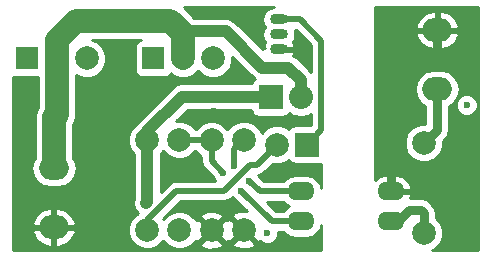
<source format=gbr>
G04 #@! TF.FileFunction,Copper,L1,Top,Signal*
%FSLAX46Y46*%
G04 Gerber Fmt 4.6, Leading zero omitted, Abs format (unit mm)*
G04 Created by KiCad (PCBNEW 4.0.4-stable) date 03/11/17 00:41:46*
%MOMM*%
%LPD*%
G01*
G04 APERTURE LIST*
%ADD10C,0.100000*%
%ADD11C,0.600000*%
%ADD12O,2.300000X1.600000*%
%ADD13O,1.501140X0.899160*%
%ADD14O,2.500000X2.000000*%
%ADD15C,2.000000*%
%ADD16R,1.900000X1.900000*%
%ADD17R,2.000000X2.000000*%
%ADD18R,2.032000X2.032000*%
%ADD19O,2.032000X2.032000*%
%ADD20C,1.998980*%
%ADD21C,1.000000*%
%ADD22C,2.000000*%
%ADD23C,0.800000*%
%ADD24C,0.500000*%
%ADD25C,0.250000*%
G04 APERTURE END LIST*
D10*
D11*
X216890000Y-133465000D03*
X220125000Y-136600000D03*
X218665000Y-130265000D03*
X185775000Y-133825000D03*
X201550000Y-136150000D03*
X206875000Y-138475000D03*
X206451200Y-135712200D03*
X210075000Y-141650000D03*
X190475000Y-137550000D03*
X194437000Y-135407400D03*
X193125000Y-133200000D03*
X201800000Y-130450000D03*
X203600000Y-127075000D03*
X185450000Y-128100000D03*
X195700000Y-128450000D03*
X191450000Y-129000000D03*
X205550000Y-123925000D03*
X191000000Y-134800000D03*
X200400000Y-127850000D03*
D12*
X216750000Y-139800000D03*
X216750000Y-137260000D03*
X209130000Y-137260000D03*
X209130000Y-139800000D03*
D11*
X186250000Y-137750000D03*
X222800000Y-140275000D03*
X217600000Y-125925000D03*
X222800000Y-136075000D03*
X223189800Y-129946400D03*
X223175000Y-122825000D03*
X222875000Y-127175000D03*
X222290000Y-132340000D03*
X207391000Y-141757400D03*
X191650000Y-140925000D03*
X186400000Y-129950000D03*
X185600000Y-141450000D03*
X193550000Y-138400000D03*
X197500000Y-135200000D03*
X193750000Y-125350000D03*
X206324200Y-140792200D03*
X193875000Y-130650000D03*
D13*
X207300000Y-123970000D03*
X207300000Y-125240000D03*
X207300000Y-122700000D03*
D11*
X216650000Y-122675000D03*
D14*
X188250000Y-135300000D03*
X188250000Y-140300000D03*
X220700000Y-123600000D03*
X220700000Y-128600000D03*
D15*
X188500000Y-126000000D03*
X191040000Y-126000000D03*
D16*
X185960000Y-126000000D03*
D15*
X199200000Y-126000000D03*
X201740000Y-126000000D03*
D16*
X196660000Y-126000000D03*
D17*
X209700000Y-133300000D03*
D15*
X207160000Y-133300000D03*
D18*
X206600000Y-129300000D03*
D19*
X209140000Y-129300000D03*
D20*
X196164200Y-140538200D03*
X196164200Y-132918200D03*
X219557600Y-140792200D03*
X219557600Y-133172200D03*
X198882000Y-140538200D03*
X198882000Y-132918200D03*
X201599800Y-140563600D03*
X201599800Y-132943600D03*
X204317600Y-140538200D03*
X204317600Y-132918200D03*
D11*
X196088000Y-138226800D03*
X203500000Y-135100000D03*
X204800000Y-136400000D03*
X204100000Y-137200000D03*
X202600000Y-135700000D03*
D21*
X209140000Y-129300000D02*
X209140000Y-127840000D01*
X209140000Y-127840000D02*
X208100000Y-126800000D01*
X208100000Y-126800000D02*
X205900000Y-126800000D01*
X205900000Y-126800000D02*
X202800000Y-123700000D01*
X202800000Y-123700000D02*
X199000000Y-123700000D01*
X206525000Y-129225000D02*
X199100000Y-129225000D01*
X199100000Y-129225000D02*
X196164200Y-132160800D01*
X206525000Y-129225000D02*
X206600000Y-129300000D01*
X196164200Y-132918200D02*
X196164200Y-132160800D01*
X196164200Y-138150600D02*
X196164200Y-132918200D01*
X196088000Y-138226800D02*
X196164200Y-138150600D01*
D22*
X188250000Y-135300000D02*
X188250000Y-131000000D01*
X188500000Y-130750000D02*
X188500000Y-126000000D01*
X188250000Y-131000000D02*
X188500000Y-130750000D01*
X188500000Y-126000000D02*
X188500000Y-124400000D01*
X188500000Y-124400000D02*
X190100000Y-122800000D01*
X190100000Y-122800000D02*
X198100000Y-122800000D01*
X198100000Y-122800000D02*
X199000000Y-123700000D01*
X199000000Y-123700000D02*
X199200000Y-123900000D01*
X199200000Y-123900000D02*
X199200000Y-126000000D01*
D23*
X220700000Y-128600000D02*
X220700000Y-132030000D01*
X220700000Y-132030000D02*
X219550000Y-133180000D01*
X216750000Y-137260000D02*
X216750000Y-133775000D01*
X220700000Y-125400000D02*
X220700000Y-123600000D01*
X217350000Y-128750000D02*
X220700000Y-125400000D01*
X217350000Y-133175000D02*
X217350000Y-128750000D01*
X216750000Y-133775000D02*
X217350000Y-133175000D01*
D24*
X205308200Y-135001000D02*
X205459000Y-135001000D01*
X204876400Y-135001000D02*
X205308200Y-135001000D01*
X196164200Y-139674600D02*
X198628000Y-137210800D01*
X198628000Y-137210800D02*
X202666600Y-137210800D01*
X202666600Y-137210800D02*
X204876400Y-135001000D01*
X205459000Y-135001000D02*
X207160000Y-133300000D01*
X196164200Y-140538200D02*
X196164200Y-139674600D01*
X210900000Y-131600000D02*
X210900000Y-132100000D01*
X210900000Y-124500000D02*
X210900000Y-131600000D01*
X207300000Y-122700000D02*
X209100000Y-122700000D01*
X209100000Y-122700000D02*
X210900000Y-124500000D01*
X210900000Y-132100000D02*
X209700000Y-133300000D01*
X207275000Y-137260000D02*
X209130000Y-137260000D01*
X207280000Y-137260000D02*
X207275000Y-137260000D01*
X207275000Y-137260000D02*
X205660000Y-137260000D01*
X203500000Y-133680000D02*
X204300000Y-132880000D01*
X205660000Y-137260000D02*
X204800000Y-136400000D01*
X203500000Y-135100000D02*
X203500000Y-133680000D01*
D23*
X219550000Y-140800000D02*
X219550000Y-139100000D01*
X219325000Y-138875000D02*
X218300000Y-138875000D01*
X219550000Y-139100000D02*
X219325000Y-138875000D01*
X218300000Y-138875000D02*
X217375000Y-139800000D01*
X217375000Y-139800000D02*
X216750000Y-139800000D01*
D24*
X201599800Y-132943600D02*
X198907400Y-132943600D01*
X198907400Y-132943600D02*
X198882000Y-132918200D01*
X201600000Y-132943800D02*
X201600000Y-134700000D01*
X206700000Y-139800000D02*
X207280000Y-139800000D01*
X206700000Y-139800000D02*
X204100000Y-137200000D01*
X202600000Y-135700000D02*
X201600000Y-134700000D01*
X201600000Y-132943800D02*
X201599800Y-132943600D01*
X207280000Y-139800000D02*
X206800000Y-139800000D01*
X207280000Y-139800000D02*
X209130000Y-139800000D01*
D25*
G36*
X224150000Y-142250000D02*
X220283416Y-142250000D01*
X220476598Y-142170179D01*
X220933973Y-141713601D01*
X221181808Y-141116749D01*
X221182372Y-140470487D01*
X220935579Y-139873202D01*
X220575000Y-139511994D01*
X220575000Y-139100000D01*
X220496977Y-138707749D01*
X220274784Y-138375216D01*
X220049784Y-138150216D01*
X219717251Y-137928023D01*
X219717246Y-137928022D01*
X219325000Y-137850000D01*
X218376544Y-137850000D01*
X218464364Y-137689839D01*
X218482476Y-137605521D01*
X218362577Y-137385000D01*
X216875000Y-137385000D01*
X216875000Y-137405000D01*
X216625000Y-137405000D01*
X216625000Y-137385000D01*
X216605000Y-137385000D01*
X216605000Y-137135000D01*
X216625000Y-137135000D01*
X216625000Y-135835000D01*
X216875000Y-135835000D01*
X216875000Y-137135000D01*
X218362577Y-137135000D01*
X218482476Y-136914479D01*
X218464364Y-136830161D01*
X218196016Y-136340761D01*
X217760809Y-135991307D01*
X217225000Y-135835000D01*
X216875000Y-135835000D01*
X216625000Y-135835000D01*
X216275000Y-135835000D01*
X215739191Y-135991307D01*
X215400000Y-136263664D01*
X215400000Y-133493913D01*
X217932828Y-133493913D01*
X218179621Y-134091198D01*
X218636199Y-134548573D01*
X219233051Y-134796408D01*
X219879313Y-134796972D01*
X220476598Y-134550179D01*
X220933973Y-134093601D01*
X221181808Y-133496749D01*
X221182244Y-132997325D01*
X221424785Y-132754784D01*
X221624950Y-132455216D01*
X221646977Y-132422251D01*
X221725000Y-132030000D01*
X221725000Y-130129587D01*
X222264640Y-130129587D01*
X222405166Y-130469686D01*
X222665145Y-130730120D01*
X223004999Y-130871239D01*
X223372987Y-130871560D01*
X223713086Y-130731034D01*
X223973520Y-130471055D01*
X224114639Y-130131201D01*
X224114960Y-129763213D01*
X223974434Y-129423114D01*
X223714455Y-129162680D01*
X223374601Y-129021561D01*
X223006613Y-129021240D01*
X222666514Y-129161766D01*
X222406080Y-129421745D01*
X222264961Y-129761599D01*
X222264640Y-130129587D01*
X221725000Y-130129587D01*
X221725000Y-130023524D01*
X222135782Y-129749049D01*
X222488037Y-129221861D01*
X222611733Y-128600000D01*
X222488037Y-127978139D01*
X222135782Y-127450951D01*
X221608594Y-127098696D01*
X220986733Y-126975000D01*
X220413267Y-126975000D01*
X219791406Y-127098696D01*
X219264218Y-127450951D01*
X218911963Y-127978139D01*
X218788267Y-128600000D01*
X218911963Y-129221861D01*
X219264218Y-129749049D01*
X219675000Y-130023524D01*
X219675000Y-131547811D01*
X219235887Y-131547428D01*
X218638602Y-131794221D01*
X218181227Y-132250799D01*
X217933392Y-132847651D01*
X217932828Y-133493913D01*
X215400000Y-133493913D01*
X215400000Y-123976914D01*
X218869316Y-123976914D01*
X218900860Y-124106375D01*
X219212563Y-124660660D01*
X219712654Y-125053469D01*
X220325000Y-125225000D01*
X220575000Y-125225000D01*
X220575000Y-123725000D01*
X220825000Y-123725000D01*
X220825000Y-125225000D01*
X221075000Y-125225000D01*
X221687346Y-125053469D01*
X222187437Y-124660660D01*
X222499140Y-124106375D01*
X222530684Y-123976914D01*
X222413421Y-123725000D01*
X220825000Y-123725000D01*
X220575000Y-123725000D01*
X218986579Y-123725000D01*
X218869316Y-123976914D01*
X215400000Y-123976914D01*
X215400000Y-123223086D01*
X218869316Y-123223086D01*
X218986579Y-123475000D01*
X220575000Y-123475000D01*
X220575000Y-121975000D01*
X220825000Y-121975000D01*
X220825000Y-123475000D01*
X222413421Y-123475000D01*
X222530684Y-123223086D01*
X222499140Y-123093625D01*
X222187437Y-122539340D01*
X221687346Y-122146531D01*
X221075000Y-121975000D01*
X220825000Y-121975000D01*
X220575000Y-121975000D01*
X220325000Y-121975000D01*
X219712654Y-122146531D01*
X219212563Y-122539340D01*
X218900860Y-123093625D01*
X218869316Y-123223086D01*
X215400000Y-123223086D01*
X215400000Y-121650000D01*
X224150000Y-121650000D01*
X224150000Y-142250000D01*
X224150000Y-142250000D01*
G37*
X224150000Y-142250000D02*
X220283416Y-142250000D01*
X220476598Y-142170179D01*
X220933973Y-141713601D01*
X221181808Y-141116749D01*
X221182372Y-140470487D01*
X220935579Y-139873202D01*
X220575000Y-139511994D01*
X220575000Y-139100000D01*
X220496977Y-138707749D01*
X220274784Y-138375216D01*
X220049784Y-138150216D01*
X219717251Y-137928023D01*
X219717246Y-137928022D01*
X219325000Y-137850000D01*
X218376544Y-137850000D01*
X218464364Y-137689839D01*
X218482476Y-137605521D01*
X218362577Y-137385000D01*
X216875000Y-137385000D01*
X216875000Y-137405000D01*
X216625000Y-137405000D01*
X216625000Y-137385000D01*
X216605000Y-137385000D01*
X216605000Y-137135000D01*
X216625000Y-137135000D01*
X216625000Y-135835000D01*
X216875000Y-135835000D01*
X216875000Y-137135000D01*
X218362577Y-137135000D01*
X218482476Y-136914479D01*
X218464364Y-136830161D01*
X218196016Y-136340761D01*
X217760809Y-135991307D01*
X217225000Y-135835000D01*
X216875000Y-135835000D01*
X216625000Y-135835000D01*
X216275000Y-135835000D01*
X215739191Y-135991307D01*
X215400000Y-136263664D01*
X215400000Y-133493913D01*
X217932828Y-133493913D01*
X218179621Y-134091198D01*
X218636199Y-134548573D01*
X219233051Y-134796408D01*
X219879313Y-134796972D01*
X220476598Y-134550179D01*
X220933973Y-134093601D01*
X221181808Y-133496749D01*
X221182244Y-132997325D01*
X221424785Y-132754784D01*
X221624950Y-132455216D01*
X221646977Y-132422251D01*
X221725000Y-132030000D01*
X221725000Y-130129587D01*
X222264640Y-130129587D01*
X222405166Y-130469686D01*
X222665145Y-130730120D01*
X223004999Y-130871239D01*
X223372987Y-130871560D01*
X223713086Y-130731034D01*
X223973520Y-130471055D01*
X224114639Y-130131201D01*
X224114960Y-129763213D01*
X223974434Y-129423114D01*
X223714455Y-129162680D01*
X223374601Y-129021561D01*
X223006613Y-129021240D01*
X222666514Y-129161766D01*
X222406080Y-129421745D01*
X222264961Y-129761599D01*
X222264640Y-130129587D01*
X221725000Y-130129587D01*
X221725000Y-130023524D01*
X222135782Y-129749049D01*
X222488037Y-129221861D01*
X222611733Y-128600000D01*
X222488037Y-127978139D01*
X222135782Y-127450951D01*
X221608594Y-127098696D01*
X220986733Y-126975000D01*
X220413267Y-126975000D01*
X219791406Y-127098696D01*
X219264218Y-127450951D01*
X218911963Y-127978139D01*
X218788267Y-128600000D01*
X218911963Y-129221861D01*
X219264218Y-129749049D01*
X219675000Y-130023524D01*
X219675000Y-131547811D01*
X219235887Y-131547428D01*
X218638602Y-131794221D01*
X218181227Y-132250799D01*
X217933392Y-132847651D01*
X217932828Y-133493913D01*
X215400000Y-133493913D01*
X215400000Y-123976914D01*
X218869316Y-123976914D01*
X218900860Y-124106375D01*
X219212563Y-124660660D01*
X219712654Y-125053469D01*
X220325000Y-125225000D01*
X220575000Y-125225000D01*
X220575000Y-123725000D01*
X220825000Y-123725000D01*
X220825000Y-125225000D01*
X221075000Y-125225000D01*
X221687346Y-125053469D01*
X222187437Y-124660660D01*
X222499140Y-124106375D01*
X222530684Y-123976914D01*
X222413421Y-123725000D01*
X220825000Y-123725000D01*
X220575000Y-123725000D01*
X218986579Y-123725000D01*
X218869316Y-123976914D01*
X215400000Y-123976914D01*
X215400000Y-123223086D01*
X218869316Y-123223086D01*
X218986579Y-123475000D01*
X220575000Y-123475000D01*
X220575000Y-121975000D01*
X220825000Y-121975000D01*
X220825000Y-123475000D01*
X222413421Y-123475000D01*
X222530684Y-123223086D01*
X222499140Y-123093625D01*
X222187437Y-122539340D01*
X221687346Y-122146531D01*
X221075000Y-121975000D01*
X220825000Y-121975000D01*
X220575000Y-121975000D01*
X220325000Y-121975000D01*
X219712654Y-122146531D01*
X219212563Y-122539340D01*
X218900860Y-123093625D01*
X218869316Y-123223086D01*
X215400000Y-123223086D01*
X215400000Y-121650000D01*
X224150000Y-121650000D01*
X224150000Y-142250000D01*
G36*
X195478389Y-124456337D02*
X195265668Y-124593219D01*
X195122962Y-124802076D01*
X195072756Y-125050000D01*
X195072756Y-126950000D01*
X195116337Y-127181611D01*
X195253219Y-127394332D01*
X195462076Y-127537038D01*
X195710000Y-127587244D01*
X197610000Y-127587244D01*
X197841611Y-127543663D01*
X198054332Y-127406781D01*
X198157502Y-127255787D01*
X198278309Y-127376805D01*
X198875349Y-127624718D01*
X199521814Y-127625282D01*
X200119286Y-127378412D01*
X200470211Y-127028099D01*
X200818309Y-127376805D01*
X201415349Y-127624718D01*
X202061814Y-127625282D01*
X202659286Y-127378412D01*
X203116805Y-126921691D01*
X203364718Y-126324651D01*
X203365127Y-125856117D01*
X205104505Y-127595495D01*
X205298420Y-127725065D01*
X205139668Y-127827219D01*
X204996962Y-128036076D01*
X204984017Y-128100000D01*
X199100000Y-128100000D01*
X198669481Y-128185636D01*
X198304505Y-128429505D01*
X195368705Y-131365305D01*
X195254358Y-131536438D01*
X195245202Y-131540221D01*
X194787827Y-131996799D01*
X194539992Y-132593651D01*
X194539428Y-133239913D01*
X194786221Y-133837198D01*
X195039200Y-134090619D01*
X195039200Y-137843720D01*
X194963000Y-138226800D01*
X195048636Y-138657318D01*
X195292505Y-139022295D01*
X195401978Y-139095442D01*
X195245202Y-139160221D01*
X194787827Y-139616799D01*
X194539992Y-140213651D01*
X194539428Y-140859913D01*
X194786221Y-141457198D01*
X195242799Y-141914573D01*
X195839651Y-142162408D01*
X196485913Y-142162972D01*
X197083198Y-141916179D01*
X197523467Y-141476678D01*
X197960599Y-141914573D01*
X198557451Y-142162408D01*
X199203713Y-142162972D01*
X199800998Y-141916179D01*
X200008532Y-141709006D01*
X200631170Y-141709006D01*
X200730146Y-141973239D01*
X201335790Y-142198739D01*
X201981628Y-142175304D01*
X202469454Y-141973239D01*
X202568430Y-141709006D01*
X202543030Y-141683606D01*
X203348970Y-141683606D01*
X203447946Y-141947839D01*
X204053590Y-142173339D01*
X204699428Y-142149904D01*
X205187254Y-141947839D01*
X205286230Y-141683606D01*
X204317600Y-140714977D01*
X203348970Y-141683606D01*
X202543030Y-141683606D01*
X201599800Y-140740377D01*
X200631170Y-141709006D01*
X200008532Y-141709006D01*
X200258373Y-141459601D01*
X200258659Y-141458912D01*
X200454394Y-141532230D01*
X201423023Y-140563600D01*
X201776577Y-140563600D01*
X202745206Y-141532230D01*
X202992605Y-141439560D01*
X203172194Y-141506830D01*
X204140823Y-140538200D01*
X203172194Y-139569570D01*
X202924795Y-139662240D01*
X202745206Y-139594970D01*
X201776577Y-140563600D01*
X201423023Y-140563600D01*
X200454394Y-139594970D01*
X200277366Y-139661281D01*
X200259979Y-139619202D01*
X200059322Y-139418194D01*
X200631170Y-139418194D01*
X201599800Y-140386823D01*
X202568430Y-139418194D01*
X202469454Y-139153961D01*
X201863810Y-138928461D01*
X201217972Y-138951896D01*
X200730146Y-139153961D01*
X200631170Y-139418194D01*
X200059322Y-139418194D01*
X199803401Y-139161827D01*
X199206549Y-138913992D01*
X198560287Y-138913428D01*
X197963002Y-139160221D01*
X197522733Y-139599722D01*
X197499644Y-139576593D01*
X198990437Y-138085800D01*
X202666600Y-138085800D01*
X203001448Y-138019195D01*
X203285318Y-137829518D01*
X203353425Y-137761411D01*
X203575345Y-137983720D01*
X203696657Y-138034093D01*
X204566184Y-138903621D01*
X203935772Y-138926496D01*
X203447946Y-139128561D01*
X203348970Y-139392794D01*
X204317600Y-140361423D01*
X204331742Y-140347281D01*
X204508519Y-140524058D01*
X204494377Y-140538200D01*
X205463006Y-141506830D01*
X205657755Y-141433881D01*
X205799545Y-141575920D01*
X206139399Y-141717039D01*
X206507387Y-141717360D01*
X206847486Y-141576834D01*
X207107920Y-141316855D01*
X207249039Y-140977001D01*
X207249302Y-140675000D01*
X207648980Y-140675000D01*
X207737599Y-140807627D01*
X208199902Y-141116528D01*
X208745226Y-141225000D01*
X209514774Y-141225000D01*
X210060098Y-141116528D01*
X210522401Y-140807627D01*
X210831302Y-140345324D01*
X210875000Y-140125640D01*
X210875000Y-142250000D01*
X184800000Y-142250000D01*
X184800000Y-140676914D01*
X186419316Y-140676914D01*
X186450860Y-140806375D01*
X186762563Y-141360660D01*
X187262654Y-141753469D01*
X187875000Y-141925000D01*
X188125000Y-141925000D01*
X188125000Y-140425000D01*
X188375000Y-140425000D01*
X188375000Y-141925000D01*
X188625000Y-141925000D01*
X189237346Y-141753469D01*
X189737437Y-141360660D01*
X190049140Y-140806375D01*
X190080684Y-140676914D01*
X189963421Y-140425000D01*
X188375000Y-140425000D01*
X188125000Y-140425000D01*
X186536579Y-140425000D01*
X186419316Y-140676914D01*
X184800000Y-140676914D01*
X184800000Y-139923086D01*
X186419316Y-139923086D01*
X186536579Y-140175000D01*
X188125000Y-140175000D01*
X188125000Y-138675000D01*
X188375000Y-138675000D01*
X188375000Y-140175000D01*
X189963421Y-140175000D01*
X190080684Y-139923086D01*
X190049140Y-139793625D01*
X189737437Y-139239340D01*
X189237346Y-138846531D01*
X188625000Y-138675000D01*
X188375000Y-138675000D01*
X188125000Y-138675000D01*
X187875000Y-138675000D01*
X187262654Y-138846531D01*
X186762563Y-139239340D01*
X186450860Y-139793625D01*
X186419316Y-139923086D01*
X184800000Y-139923086D01*
X184800000Y-127544718D01*
X185010000Y-127587244D01*
X186875000Y-127587244D01*
X186875000Y-130189111D01*
X186748696Y-130378139D01*
X186748696Y-130378140D01*
X186624999Y-131000000D01*
X186625000Y-131000005D01*
X186625000Y-134434136D01*
X186461963Y-134678139D01*
X186338267Y-135300000D01*
X186461963Y-135921861D01*
X186814218Y-136449049D01*
X187341406Y-136801304D01*
X187963267Y-136925000D01*
X188536733Y-136925000D01*
X189158594Y-136801304D01*
X189685782Y-136449049D01*
X190038037Y-135921861D01*
X190161733Y-135300000D01*
X190038037Y-134678139D01*
X189875000Y-134434136D01*
X189875000Y-131560889D01*
X190001304Y-131371861D01*
X190125000Y-130750000D01*
X190125000Y-127379583D01*
X190715349Y-127624718D01*
X191361814Y-127625282D01*
X191959286Y-127378412D01*
X192416805Y-126921691D01*
X192664718Y-126324651D01*
X192665282Y-125678186D01*
X192418412Y-125080714D01*
X191961691Y-124623195D01*
X191484385Y-124425000D01*
X195644929Y-124425000D01*
X195478389Y-124456337D01*
X195478389Y-124456337D01*
G37*
X195478389Y-124456337D02*
X195265668Y-124593219D01*
X195122962Y-124802076D01*
X195072756Y-125050000D01*
X195072756Y-126950000D01*
X195116337Y-127181611D01*
X195253219Y-127394332D01*
X195462076Y-127537038D01*
X195710000Y-127587244D01*
X197610000Y-127587244D01*
X197841611Y-127543663D01*
X198054332Y-127406781D01*
X198157502Y-127255787D01*
X198278309Y-127376805D01*
X198875349Y-127624718D01*
X199521814Y-127625282D01*
X200119286Y-127378412D01*
X200470211Y-127028099D01*
X200818309Y-127376805D01*
X201415349Y-127624718D01*
X202061814Y-127625282D01*
X202659286Y-127378412D01*
X203116805Y-126921691D01*
X203364718Y-126324651D01*
X203365127Y-125856117D01*
X205104505Y-127595495D01*
X205298420Y-127725065D01*
X205139668Y-127827219D01*
X204996962Y-128036076D01*
X204984017Y-128100000D01*
X199100000Y-128100000D01*
X198669481Y-128185636D01*
X198304505Y-128429505D01*
X195368705Y-131365305D01*
X195254358Y-131536438D01*
X195245202Y-131540221D01*
X194787827Y-131996799D01*
X194539992Y-132593651D01*
X194539428Y-133239913D01*
X194786221Y-133837198D01*
X195039200Y-134090619D01*
X195039200Y-137843720D01*
X194963000Y-138226800D01*
X195048636Y-138657318D01*
X195292505Y-139022295D01*
X195401978Y-139095442D01*
X195245202Y-139160221D01*
X194787827Y-139616799D01*
X194539992Y-140213651D01*
X194539428Y-140859913D01*
X194786221Y-141457198D01*
X195242799Y-141914573D01*
X195839651Y-142162408D01*
X196485913Y-142162972D01*
X197083198Y-141916179D01*
X197523467Y-141476678D01*
X197960599Y-141914573D01*
X198557451Y-142162408D01*
X199203713Y-142162972D01*
X199800998Y-141916179D01*
X200008532Y-141709006D01*
X200631170Y-141709006D01*
X200730146Y-141973239D01*
X201335790Y-142198739D01*
X201981628Y-142175304D01*
X202469454Y-141973239D01*
X202568430Y-141709006D01*
X202543030Y-141683606D01*
X203348970Y-141683606D01*
X203447946Y-141947839D01*
X204053590Y-142173339D01*
X204699428Y-142149904D01*
X205187254Y-141947839D01*
X205286230Y-141683606D01*
X204317600Y-140714977D01*
X203348970Y-141683606D01*
X202543030Y-141683606D01*
X201599800Y-140740377D01*
X200631170Y-141709006D01*
X200008532Y-141709006D01*
X200258373Y-141459601D01*
X200258659Y-141458912D01*
X200454394Y-141532230D01*
X201423023Y-140563600D01*
X201776577Y-140563600D01*
X202745206Y-141532230D01*
X202992605Y-141439560D01*
X203172194Y-141506830D01*
X204140823Y-140538200D01*
X203172194Y-139569570D01*
X202924795Y-139662240D01*
X202745206Y-139594970D01*
X201776577Y-140563600D01*
X201423023Y-140563600D01*
X200454394Y-139594970D01*
X200277366Y-139661281D01*
X200259979Y-139619202D01*
X200059322Y-139418194D01*
X200631170Y-139418194D01*
X201599800Y-140386823D01*
X202568430Y-139418194D01*
X202469454Y-139153961D01*
X201863810Y-138928461D01*
X201217972Y-138951896D01*
X200730146Y-139153961D01*
X200631170Y-139418194D01*
X200059322Y-139418194D01*
X199803401Y-139161827D01*
X199206549Y-138913992D01*
X198560287Y-138913428D01*
X197963002Y-139160221D01*
X197522733Y-139599722D01*
X197499644Y-139576593D01*
X198990437Y-138085800D01*
X202666600Y-138085800D01*
X203001448Y-138019195D01*
X203285318Y-137829518D01*
X203353425Y-137761411D01*
X203575345Y-137983720D01*
X203696657Y-138034093D01*
X204566184Y-138903621D01*
X203935772Y-138926496D01*
X203447946Y-139128561D01*
X203348970Y-139392794D01*
X204317600Y-140361423D01*
X204331742Y-140347281D01*
X204508519Y-140524058D01*
X204494377Y-140538200D01*
X205463006Y-141506830D01*
X205657755Y-141433881D01*
X205799545Y-141575920D01*
X206139399Y-141717039D01*
X206507387Y-141717360D01*
X206847486Y-141576834D01*
X207107920Y-141316855D01*
X207249039Y-140977001D01*
X207249302Y-140675000D01*
X207648980Y-140675000D01*
X207737599Y-140807627D01*
X208199902Y-141116528D01*
X208745226Y-141225000D01*
X209514774Y-141225000D01*
X210060098Y-141116528D01*
X210522401Y-140807627D01*
X210831302Y-140345324D01*
X210875000Y-140125640D01*
X210875000Y-142250000D01*
X184800000Y-142250000D01*
X184800000Y-140676914D01*
X186419316Y-140676914D01*
X186450860Y-140806375D01*
X186762563Y-141360660D01*
X187262654Y-141753469D01*
X187875000Y-141925000D01*
X188125000Y-141925000D01*
X188125000Y-140425000D01*
X188375000Y-140425000D01*
X188375000Y-141925000D01*
X188625000Y-141925000D01*
X189237346Y-141753469D01*
X189737437Y-141360660D01*
X190049140Y-140806375D01*
X190080684Y-140676914D01*
X189963421Y-140425000D01*
X188375000Y-140425000D01*
X188125000Y-140425000D01*
X186536579Y-140425000D01*
X186419316Y-140676914D01*
X184800000Y-140676914D01*
X184800000Y-139923086D01*
X186419316Y-139923086D01*
X186536579Y-140175000D01*
X188125000Y-140175000D01*
X188125000Y-138675000D01*
X188375000Y-138675000D01*
X188375000Y-140175000D01*
X189963421Y-140175000D01*
X190080684Y-139923086D01*
X190049140Y-139793625D01*
X189737437Y-139239340D01*
X189237346Y-138846531D01*
X188625000Y-138675000D01*
X188375000Y-138675000D01*
X188125000Y-138675000D01*
X187875000Y-138675000D01*
X187262654Y-138846531D01*
X186762563Y-139239340D01*
X186450860Y-139793625D01*
X186419316Y-139923086D01*
X184800000Y-139923086D01*
X184800000Y-127544718D01*
X185010000Y-127587244D01*
X186875000Y-127587244D01*
X186875000Y-130189111D01*
X186748696Y-130378139D01*
X186748696Y-130378140D01*
X186624999Y-131000000D01*
X186625000Y-131000005D01*
X186625000Y-134434136D01*
X186461963Y-134678139D01*
X186338267Y-135300000D01*
X186461963Y-135921861D01*
X186814218Y-136449049D01*
X187341406Y-136801304D01*
X187963267Y-136925000D01*
X188536733Y-136925000D01*
X189158594Y-136801304D01*
X189685782Y-136449049D01*
X190038037Y-135921861D01*
X190161733Y-135300000D01*
X190038037Y-134678139D01*
X189875000Y-134434136D01*
X189875000Y-131560889D01*
X190001304Y-131371861D01*
X190125000Y-130750000D01*
X190125000Y-127379583D01*
X190715349Y-127624718D01*
X191361814Y-127625282D01*
X191959286Y-127378412D01*
X192416805Y-126921691D01*
X192664718Y-126324651D01*
X192665282Y-125678186D01*
X192418412Y-125080714D01*
X191961691Y-124623195D01*
X191484385Y-124425000D01*
X195644929Y-124425000D01*
X195478389Y-124456337D01*
G36*
X207737599Y-138267627D02*
X208130268Y-138530000D01*
X207737599Y-138792373D01*
X207648980Y-138925000D01*
X207062437Y-138925000D01*
X206272437Y-138135000D01*
X207648980Y-138135000D01*
X207737599Y-138267627D01*
X207737599Y-138267627D01*
G37*
X207737599Y-138267627D02*
X208130268Y-138530000D01*
X207737599Y-138792373D01*
X207648980Y-138925000D01*
X207062437Y-138925000D01*
X206272437Y-138135000D01*
X207648980Y-138135000D01*
X207737599Y-138267627D01*
G36*
X197960599Y-134294573D02*
X198557451Y-134542408D01*
X199203713Y-134542972D01*
X199800998Y-134296179D01*
X200228567Y-133869355D01*
X200678399Y-134319973D01*
X200725000Y-134339323D01*
X200725000Y-134700000D01*
X200784872Y-135001000D01*
X200791605Y-135034848D01*
X200981282Y-135318718D01*
X201765736Y-136103173D01*
X201815366Y-136223286D01*
X201927683Y-136335800D01*
X198628000Y-136335800D01*
X198348706Y-136391355D01*
X198293151Y-136402405D01*
X198009281Y-136592082D01*
X197289200Y-137312163D01*
X197289200Y-134090536D01*
X197523467Y-133856678D01*
X197960599Y-134294573D01*
X197960599Y-134294573D01*
G37*
X197960599Y-134294573D02*
X198557451Y-134542408D01*
X199203713Y-134542972D01*
X199800998Y-134296179D01*
X200228567Y-133869355D01*
X200678399Y-134319973D01*
X200725000Y-134339323D01*
X200725000Y-134700000D01*
X200784872Y-135001000D01*
X200791605Y-135034848D01*
X200981282Y-135318718D01*
X201765736Y-136103173D01*
X201815366Y-136223286D01*
X201927683Y-136335800D01*
X198628000Y-136335800D01*
X198348706Y-136391355D01*
X198293151Y-136402405D01*
X198009281Y-136592082D01*
X197289200Y-137312163D01*
X197289200Y-134090536D01*
X197523467Y-133856678D01*
X197960599Y-134294573D01*
G36*
X208243219Y-134744332D02*
X208452076Y-134887038D01*
X208700000Y-134937244D01*
X210700000Y-134937244D01*
X210875000Y-134904315D01*
X210875000Y-136934360D01*
X210831302Y-136714676D01*
X210522401Y-136252373D01*
X210060098Y-135943472D01*
X209514774Y-135835000D01*
X208745226Y-135835000D01*
X208199902Y-135943472D01*
X207737599Y-136252373D01*
X207648980Y-136385000D01*
X206022437Y-136385000D01*
X205634264Y-135996828D01*
X205584634Y-135876714D01*
X205563226Y-135855268D01*
X205793848Y-135809395D01*
X206077718Y-135619718D01*
X206791095Y-134906342D01*
X206835349Y-134924718D01*
X207481814Y-134925282D01*
X208079286Y-134678412D01*
X208153274Y-134604553D01*
X208243219Y-134744332D01*
X208243219Y-134744332D01*
G37*
X208243219Y-134744332D02*
X208452076Y-134887038D01*
X208700000Y-134937244D01*
X210700000Y-134937244D01*
X210875000Y-134904315D01*
X210875000Y-136934360D01*
X210831302Y-136714676D01*
X210522401Y-136252373D01*
X210060098Y-135943472D01*
X209514774Y-135835000D01*
X208745226Y-135835000D01*
X208199902Y-135943472D01*
X207737599Y-136252373D01*
X207648980Y-136385000D01*
X206022437Y-136385000D01*
X205634264Y-135996828D01*
X205584634Y-135876714D01*
X205563226Y-135855268D01*
X205793848Y-135809395D01*
X206077718Y-135619718D01*
X206791095Y-134906342D01*
X206835349Y-134924718D01*
X207481814Y-134925282D01*
X208079286Y-134678412D01*
X208153274Y-134604553D01*
X208243219Y-134744332D01*
G36*
X204990337Y-130547611D02*
X205127219Y-130760332D01*
X205336076Y-130903038D01*
X205584000Y-130953244D01*
X207616000Y-130953244D01*
X207847611Y-130909663D01*
X208060332Y-130772781D01*
X208166514Y-130617378D01*
X208512016Y-130848235D01*
X209140000Y-130973149D01*
X209767984Y-130848235D01*
X210025000Y-130676502D01*
X210025000Y-131662756D01*
X208700000Y-131662756D01*
X208468389Y-131706337D01*
X208255668Y-131843219D01*
X208152533Y-131994161D01*
X208081691Y-131923195D01*
X207484651Y-131675282D01*
X206838186Y-131674718D01*
X206240714Y-131921588D01*
X205832065Y-132329524D01*
X205695579Y-131999202D01*
X205239001Y-131541827D01*
X204642149Y-131293992D01*
X203995887Y-131293428D01*
X203398602Y-131540221D01*
X202945633Y-131992400D01*
X202521201Y-131567227D01*
X201924349Y-131319392D01*
X201278087Y-131318828D01*
X200680802Y-131565621D01*
X200253233Y-131992445D01*
X199803401Y-131541827D01*
X199206549Y-131293992D01*
X198622508Y-131293482D01*
X199565990Y-130350000D01*
X204953154Y-130350000D01*
X204990337Y-130547611D01*
X204990337Y-130547611D01*
G37*
X204990337Y-130547611D02*
X205127219Y-130760332D01*
X205336076Y-130903038D01*
X205584000Y-130953244D01*
X207616000Y-130953244D01*
X207847611Y-130909663D01*
X208060332Y-130772781D01*
X208166514Y-130617378D01*
X208512016Y-130848235D01*
X209140000Y-130973149D01*
X209767984Y-130848235D01*
X210025000Y-130676502D01*
X210025000Y-131662756D01*
X208700000Y-131662756D01*
X208468389Y-131706337D01*
X208255668Y-131843219D01*
X208152533Y-131994161D01*
X208081691Y-131923195D01*
X207484651Y-131675282D01*
X206838186Y-131674718D01*
X206240714Y-131921588D01*
X205832065Y-132329524D01*
X205695579Y-131999202D01*
X205239001Y-131541827D01*
X204642149Y-131293992D01*
X203995887Y-131293428D01*
X203398602Y-131540221D01*
X202945633Y-131992400D01*
X202521201Y-131567227D01*
X201924349Y-131319392D01*
X201278087Y-131318828D01*
X200680802Y-131565621D01*
X200253233Y-131992445D01*
X199803401Y-131541827D01*
X199206549Y-131293992D01*
X198622508Y-131293482D01*
X199565990Y-130350000D01*
X204953154Y-130350000D01*
X204990337Y-130547611D01*
G36*
X210025000Y-124862437D02*
X210025000Y-127178459D01*
X209935495Y-127044505D01*
X208895495Y-126004505D01*
X208756234Y-125911454D01*
X208530519Y-125760636D01*
X208523653Y-125759270D01*
X208635581Y-125530421D01*
X208510773Y-125365000D01*
X207425000Y-125365000D01*
X207425000Y-125385000D01*
X207175000Y-125385000D01*
X207175000Y-125365000D01*
X207155000Y-125365000D01*
X207155000Y-125115000D01*
X207175000Y-125115000D01*
X207175000Y-125095000D01*
X207425000Y-125095000D01*
X207425000Y-125115000D01*
X208510773Y-125115000D01*
X208635581Y-124949579D01*
X208468804Y-124608585D01*
X208620721Y-124381224D01*
X208702519Y-123970000D01*
X208623948Y-123575000D01*
X208737564Y-123575000D01*
X210025000Y-124862437D01*
X210025000Y-124862437D01*
G37*
X210025000Y-124862437D02*
X210025000Y-127178459D01*
X209935495Y-127044505D01*
X208895495Y-126004505D01*
X208756234Y-125911454D01*
X208530519Y-125760636D01*
X208523653Y-125759270D01*
X208635581Y-125530421D01*
X208510773Y-125365000D01*
X207425000Y-125365000D01*
X207425000Y-125385000D01*
X207175000Y-125385000D01*
X207175000Y-125365000D01*
X207155000Y-125365000D01*
X207155000Y-125115000D01*
X207175000Y-125115000D01*
X207175000Y-125095000D01*
X207425000Y-125095000D01*
X207425000Y-125115000D01*
X208510773Y-125115000D01*
X208635581Y-124949579D01*
X208468804Y-124608585D01*
X208620721Y-124381224D01*
X208702519Y-123970000D01*
X208623948Y-123575000D01*
X208737564Y-123575000D01*
X210025000Y-124862437D01*
G36*
X206560837Y-121707218D02*
X206212218Y-121940157D01*
X205979279Y-122288776D01*
X205897481Y-122700000D01*
X205979279Y-123111224D01*
X206128801Y-123335000D01*
X205979279Y-123558776D01*
X205897481Y-123970000D01*
X205979279Y-124381224D01*
X206131196Y-124608585D01*
X205964419Y-124949579D01*
X206089225Y-125114998D01*
X205924430Y-125114998D01*
X205924430Y-125233440D01*
X203595495Y-122904505D01*
X203439092Y-122800000D01*
X203230519Y-122660636D01*
X202800000Y-122575000D01*
X200173098Y-122575000D01*
X200149049Y-122550951D01*
X200149046Y-122550949D01*
X199249049Y-121650951D01*
X199247626Y-121650000D01*
X206848490Y-121650000D01*
X206560837Y-121707218D01*
X206560837Y-121707218D01*
G37*
X206560837Y-121707218D02*
X206212218Y-121940157D01*
X205979279Y-122288776D01*
X205897481Y-122700000D01*
X205979279Y-123111224D01*
X206128801Y-123335000D01*
X205979279Y-123558776D01*
X205897481Y-123970000D01*
X205979279Y-124381224D01*
X206131196Y-124608585D01*
X205964419Y-124949579D01*
X206089225Y-125114998D01*
X205924430Y-125114998D01*
X205924430Y-125233440D01*
X203595495Y-122904505D01*
X203439092Y-122800000D01*
X203230519Y-122660636D01*
X202800000Y-122575000D01*
X200173098Y-122575000D01*
X200149049Y-122550951D01*
X200149046Y-122550949D01*
X199249049Y-121650951D01*
X199247626Y-121650000D01*
X206848490Y-121650000D01*
X206560837Y-121707218D01*
M02*

</source>
